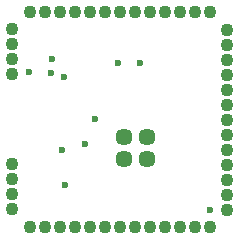
<source format=gbr>
%FSLAX23Y23*%
%MOMM*%
G04 EasyPC Gerber Version 16.0.6 Build 3249 *
%ADD99C,0.60000*%
%ADD133C,1.10240*%
%ADD131C,1.45240*%
X0Y0D02*
D02*
D99*
X10400Y15875D03*
X12300Y15775D03*
X12350Y16975D03*
X13200Y9275D03*
X13400Y15475D03*
X13500Y6275D03*
X15200Y9775D03*
X16000Y11875D03*
X17950Y16675D03*
X19800D03*
X25750Y4176D03*
D02*
D131*
X18500Y8475D03*
Y10375D03*
X20400Y8475D03*
Y10375D03*
D02*
D133*
X9000Y4315D03*
Y5585D03*
Y6855D03*
Y8125D03*
Y15745D03*
Y17015D03*
Y18285D03*
Y19555D03*
X10470Y2775D03*
Y20995D03*
X11740Y2775D03*
Y20995D03*
X13010Y2775D03*
Y20995D03*
X14280Y2775D03*
Y20995D03*
X15550Y2775D03*
Y20995D03*
X16820Y2775D03*
Y20995D03*
X18090Y2775D03*
Y20995D03*
X19360Y2775D03*
Y20995D03*
X20630Y2775D03*
Y20995D03*
X21900Y2775D03*
Y20995D03*
X23170Y2775D03*
Y20995D03*
X24440Y2775D03*
Y20995D03*
X25710Y2775D03*
Y20995D03*
X27180Y4235D03*
Y5505D03*
Y6775D03*
Y8045D03*
Y9315D03*
Y10585D03*
Y11855D03*
Y13125D03*
Y14395D03*
Y15665D03*
Y16935D03*
Y18205D03*
Y19475D03*
X0Y0D02*
M02*

</source>
